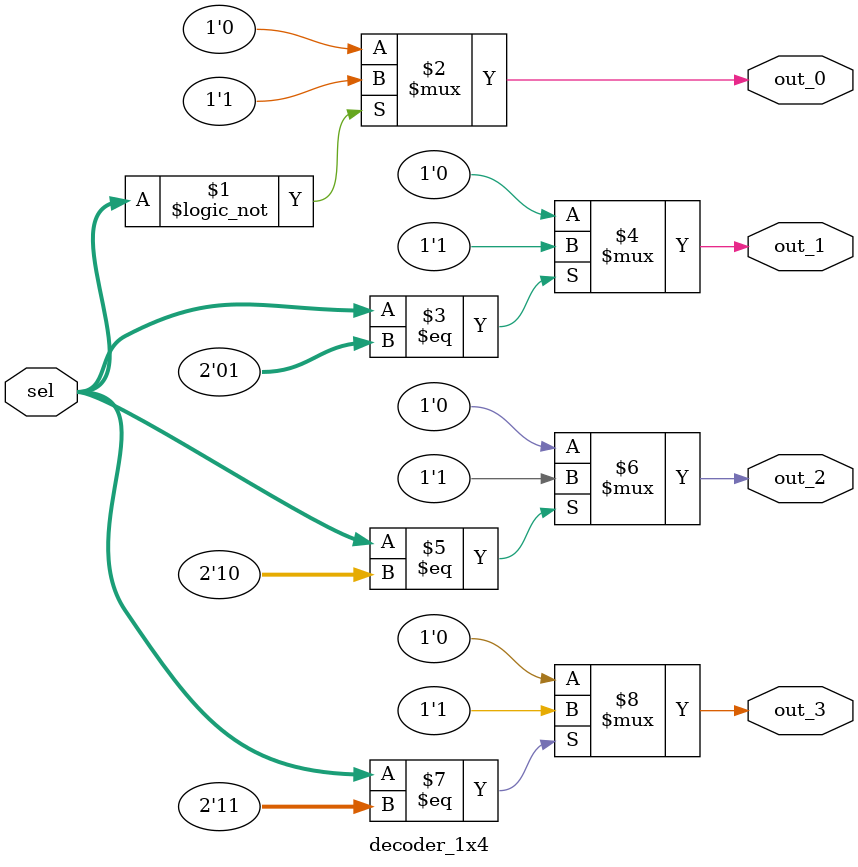
<source format=v>

module decoder_1x4 (
    output out_0,
    output out_1,
    output out_2,
    output out_3,
    input [1:0] sel
);
    assign out_0 = (sel == 2'h0)? 1'b1 : 1'b0;
    assign out_1 = (sel == 2'h1)? 1'b1 : 1'b0;
    assign out_2 = (sel == 2'h2)? 1'b1 : 1'b0;
    assign out_3 = (sel == 2'h3)? 1'b1 : 1'b0;
endmodule

</source>
